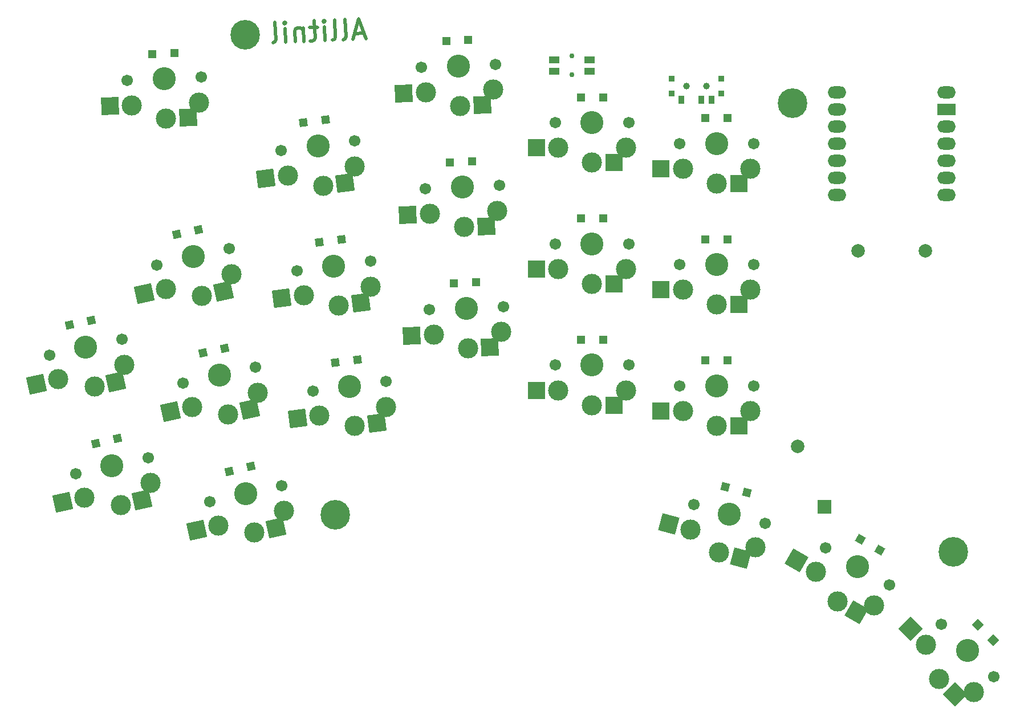
<source format=gbr>
%TF.GenerationSoftware,KiCad,Pcbnew,8.0.6*%
%TF.CreationDate,2024-10-22T01:49:15-07:00*%
%TF.ProjectId,lintilla,6c696e74-696c-46c6-912e-6b696361645f,v1.0*%
%TF.SameCoordinates,Original*%
%TF.FileFunction,Soldermask,Bot*%
%TF.FilePolarity,Negative*%
%FSLAX46Y46*%
G04 Gerber Fmt 4.6, Leading zero omitted, Abs format (unit mm)*
G04 Created by KiCad (PCBNEW 8.0.6) date 2024-10-22 01:49:15*
%MOMM*%
%LPD*%
G01*
G04 APERTURE LIST*
G04 Aperture macros list*
%AMRotRect*
0 Rectangle, with rotation*
0 The origin of the aperture is its center*
0 $1 length*
0 $2 width*
0 $3 Rotation angle, in degrees counterclockwise*
0 Add horizontal line*
21,1,$1,$2,0,0,$3*%
G04 Aperture macros list end*
%ADD10C,0.500000*%
%ADD11C,1.000000*%
%ADD12RotRect,1.200000X1.200000X135.000000*%
%ADD13RotRect,1.200000X1.200000X187.500000*%
%ADD14C,1.701800*%
%ADD15C,3.000000*%
%ADD16C,3.429000*%
%ADD17R,2.600000X2.600000*%
%ADD18RotRect,1.200000X1.200000X182.500000*%
%ADD19RotRect,2.600000X2.600000X165.000000*%
%ADD20RotRect,2.600000X2.600000X135.000000*%
%ADD21RotRect,2.600000X2.600000X187.500000*%
%ADD22RotRect,1.200000X1.200000X192.500000*%
%ADD23RotRect,2.600000X2.600000X182.500000*%
%ADD24C,0.700000*%
%ADD25C,4.400000*%
%ADD26RotRect,2.600000X2.600000X192.500000*%
%ADD27R,1.200000X1.200000*%
%ADD28RotRect,1.200000X1.200000X165.000000*%
%ADD29RotRect,1.200000X1.200000X150.000000*%
%ADD30O,2.750000X1.800000*%
%ADD31R,2.750000X1.800000*%
%ADD32C,0.750000*%
%ADD33R,2.000000X2.000000*%
%ADD34R,0.900000X0.900000*%
%ADD35R,0.900000X1.250000*%
%ADD36C,2.000000*%
%ADD37RotRect,2.600000X2.600000X150.000000*%
%ADD38R,1.550000X1.000000*%
G04 APERTURE END LIST*
D10*
X85811150Y-34593581D02*
X84383938Y-34655895D01*
X86133980Y-35437446D02*
X85004074Y-32483920D01*
X85004074Y-32483920D02*
X84135884Y-35524684D01*
X82708672Y-35586998D02*
X82987883Y-35431814D01*
X82987883Y-35431814D02*
X83118141Y-35140140D01*
X83118141Y-35140140D02*
X83005977Y-32571159D01*
X81138738Y-35655543D02*
X81417949Y-35500359D01*
X81417949Y-35500359D02*
X81548208Y-35208685D01*
X81548208Y-35208685D02*
X81436044Y-32639704D01*
X79996968Y-35705393D02*
X79909730Y-33707297D01*
X79866110Y-32708249D02*
X80015063Y-32844739D01*
X80015063Y-32844739D02*
X79878573Y-32993691D01*
X79878573Y-32993691D02*
X79729620Y-32857201D01*
X79729620Y-32857201D02*
X79866110Y-32708249D01*
X79866110Y-32708249D02*
X79878573Y-32993691D01*
X78910682Y-33750916D02*
X77768912Y-33800767D01*
X78438899Y-32770562D02*
X78551063Y-35339543D01*
X78551063Y-35339543D02*
X78420805Y-35631217D01*
X78420805Y-35631217D02*
X78141594Y-35786401D01*
X78141594Y-35786401D02*
X77856151Y-35798864D01*
X76769864Y-33844386D02*
X76857103Y-35842483D01*
X76782327Y-34129829D02*
X76633374Y-33993339D01*
X76633374Y-33993339D02*
X76341700Y-33863081D01*
X76341700Y-33863081D02*
X75913537Y-33881775D01*
X75913537Y-33881775D02*
X75634326Y-34036958D01*
X75634326Y-34036958D02*
X75504067Y-34328632D01*
X75504067Y-34328632D02*
X75572612Y-35898565D01*
X74145400Y-35960878D02*
X74058161Y-33962782D01*
X74014542Y-32963734D02*
X74163494Y-33100224D01*
X74163494Y-33100224D02*
X74027005Y-33249176D01*
X74027005Y-33249176D02*
X73878052Y-33112686D01*
X73878052Y-33112686D02*
X74014542Y-32963734D01*
X74014542Y-32963734D02*
X74027005Y-33249176D01*
X72290025Y-36041886D02*
X72569236Y-35886702D01*
X72569236Y-35886702D02*
X72699495Y-35595028D01*
X72699495Y-35595028D02*
X72587331Y-33026047D01*
D11*
%TO.C,T1*%
X133680187Y-42441784D03*
X136680183Y-42441782D03*
%TD*%
D12*
%TO.C,SW21*%
X179264031Y-124815247D03*
X176930579Y-122481795D03*
%TD*%
D13*
%TO.C,SW8*%
X82456891Y-65280525D03*
X79185123Y-65711261D03*
%TD*%
D14*
%TO.C,S16*%
X143680184Y-86991791D03*
D15*
X143180178Y-90741795D03*
X138180184Y-92941791D03*
D16*
X138180184Y-86991791D03*
D15*
X133180184Y-90741793D03*
D14*
X132680184Y-86991791D03*
D17*
X141455184Y-92941791D03*
X129905184Y-90741791D03*
%TD*%
D18*
%TO.C,SW6*%
X57650104Y-37554610D03*
X54353244Y-37698554D03*
%TD*%
D13*
%TO.C,SW9*%
X80107416Y-47434520D03*
X76835648Y-47865256D03*
%TD*%
D14*
%TO.C,S19*%
X145386071Y-107450961D03*
D15*
X143932535Y-110943775D03*
X138533506Y-111774715D03*
D16*
X140073479Y-106027456D03*
D15*
X134273279Y-108355586D03*
D14*
X134760887Y-104603951D03*
D19*
X141696913Y-112622347D03*
X131109871Y-107507950D03*
%TD*%
D14*
%TO.C,S21*%
X179334731Y-130189248D03*
D15*
X176329527Y-132487345D03*
X171238359Y-130507446D03*
D16*
X175445644Y-126300161D03*
D15*
X169258460Y-125416280D03*
D14*
X171556557Y-122411074D03*
D20*
X173554132Y-132823220D03*
X166942686Y-123100500D03*
%TD*%
D14*
%TO.C,S8*%
X86763428Y-68495916D03*
D15*
X86757179Y-72279099D03*
X82087112Y-75112907D03*
D16*
X81310481Y-69213810D03*
D15*
X76842730Y-73584361D03*
D14*
X75857534Y-69931704D03*
D21*
X85334092Y-74685434D03*
X73595748Y-74011832D03*
%TD*%
D22*
%TO.C,SW3*%
X69040445Y-98966288D03*
X65818669Y-99680538D03*
%TD*%
D14*
%TO.C,S11*%
X105903548Y-57233995D03*
D15*
X105567592Y-61002239D03*
X100668318Y-63418239D03*
D16*
X100408783Y-57473902D03*
D15*
X95577115Y-61438432D03*
D14*
X94914018Y-57713809D03*
D23*
X103940201Y-63275385D03*
X92305232Y-61581283D03*
%TD*%
D24*
%TO.C,*%
X66493442Y-34916360D03*
X66925365Y-33729664D03*
X67027148Y-36060895D03*
X68069900Y-33195958D03*
D25*
X68141872Y-34844388D03*
D24*
X68213844Y-36492818D03*
X69256596Y-33627881D03*
X69358379Y-35959112D03*
X69790302Y-34772416D03*
%TD*%
D14*
%TO.C,S4*%
X69714916Y-84220774D03*
D15*
X70038417Y-87990106D03*
X65633104Y-91220153D03*
D16*
X64345288Y-85411192D03*
D15*
X60275457Y-90154500D03*
D14*
X58975660Y-86601610D03*
D26*
X68830471Y-90511314D03*
X57078087Y-90863340D03*
%TD*%
D14*
%TO.C,S13*%
X125180178Y-83908455D03*
D15*
X124680172Y-87658459D03*
X119680178Y-89858455D03*
D16*
X119680178Y-83908455D03*
D15*
X114680178Y-87658457D03*
D14*
X114180178Y-83908455D03*
D17*
X122955178Y-89858455D03*
X111405178Y-87658455D03*
%TD*%
D14*
%TO.C,S12*%
X105318203Y-39242403D03*
D15*
X104982247Y-43010647D03*
X100082973Y-45426647D03*
D16*
X99823438Y-39482310D03*
D15*
X94991770Y-43446840D03*
D14*
X94328673Y-39722217D03*
D23*
X103354856Y-45283793D03*
X91719887Y-43589691D03*
%TD*%
D27*
%TO.C,SW17*%
X139830187Y-65241791D03*
X136530187Y-65241791D03*
%TD*%
D28*
%TO.C,SW19*%
X142637824Y-102832286D03*
X139450268Y-101978186D03*
%TD*%
D29*
%TO.C,SW20*%
X162397989Y-111412801D03*
X159540105Y-109762801D03*
%TD*%
D30*
%TO.C,MCU1*%
X156060176Y-43371778D03*
X156060176Y-45911778D03*
X156060176Y-48451778D03*
X156060178Y-50991779D03*
X156060176Y-53531778D03*
X156060176Y-56071778D03*
X156060176Y-58611778D03*
X172300176Y-58611778D03*
X172300176Y-56071778D03*
X172300176Y-53531778D03*
X172300174Y-50991777D03*
X172300176Y-48451778D03*
D31*
X172300176Y-45911778D03*
D30*
X172300176Y-43371778D03*
%TD*%
D32*
%TO.C,B1*%
X116680184Y-38033455D03*
X116680184Y-40783455D03*
%TD*%
D27*
%TO.C,SW15*%
X121330183Y-44158458D03*
X118030183Y-44158458D03*
%TD*%
D22*
%TO.C,SW5*%
X61248611Y-63819630D03*
X58026835Y-64533880D03*
%TD*%
D18*
%TO.C,SW10*%
X102478975Y-71647100D03*
X99182115Y-71791044D03*
%TD*%
D24*
%TO.C,*%
X171907890Y-110841163D03*
X172909781Y-110072386D03*
X171743055Y-112093214D03*
X174161832Y-110237221D03*
D25*
X173336832Y-111666163D03*
D24*
X172511832Y-113095105D03*
X174930609Y-111239112D03*
X173763883Y-113259940D03*
X174765774Y-112491163D03*
%TD*%
D33*
%TO.C,PAD6*%
X154180190Y-104991788D03*
%TD*%
D34*
%TO.C,T2*%
X131480185Y-41341780D03*
X131480185Y-43541786D03*
X138880185Y-41341780D03*
X138880185Y-43541786D03*
D35*
X132930185Y-44516783D03*
X135930185Y-44516783D03*
X137430183Y-44516784D03*
%TD*%
D14*
%TO.C,S2*%
X49851577Y-80097256D03*
D15*
X50175078Y-83866588D03*
X45769765Y-87096635D03*
D16*
X44481949Y-81287674D03*
D15*
X40412118Y-86030982D03*
D14*
X39112321Y-82478092D03*
D26*
X48967132Y-86387796D03*
X37214748Y-86739822D03*
%TD*%
D22*
%TO.C,SW1*%
X49177104Y-94842765D03*
X45955328Y-95557015D03*
%TD*%
D14*
%TO.C,S15*%
X125180178Y-47908454D03*
D15*
X124680172Y-51658458D03*
X119680178Y-53858454D03*
D16*
X119680178Y-47908454D03*
D15*
X114680178Y-51658456D03*
D14*
X114180178Y-47908454D03*
D17*
X122955178Y-53858454D03*
X111405178Y-51658454D03*
%TD*%
D27*
%TO.C,SW16*%
X139830176Y-83241786D03*
X136530176Y-83241786D03*
%TD*%
D14*
%TO.C,S1*%
X53747489Y-97670569D03*
D15*
X54070990Y-101439901D03*
X49665677Y-104669948D03*
D16*
X48377861Y-98860987D03*
D15*
X44308030Y-103604295D03*
D14*
X43008233Y-100051405D03*
D26*
X52863044Y-103961109D03*
X41110660Y-104313135D03*
%TD*%
D13*
%TO.C,SW7*%
X84806365Y-83126538D03*
X81534597Y-83557274D03*
%TD*%
D36*
%TO.C,PAD2*%
X159180178Y-66991793D03*
%TD*%
D24*
%TO.C,*%
X147780188Y-44991792D03*
X148263462Y-43825066D03*
X148263462Y-46158518D03*
X149430188Y-43341792D03*
D25*
X149430188Y-44991792D03*
D24*
X149430188Y-46641792D03*
X150596914Y-43825066D03*
X150596914Y-46158518D03*
X151080188Y-44991792D03*
%TD*%
D27*
%TO.C,SW13*%
X121330183Y-80158460D03*
X118030183Y-80158460D03*
%TD*%
D14*
%TO.C,S5*%
X65819006Y-66647456D03*
D15*
X66142507Y-70416788D03*
X61737194Y-73646835D03*
D16*
X60449378Y-67837874D03*
D15*
X56379547Y-72581182D03*
D14*
X55079750Y-69028292D03*
D26*
X64934561Y-72937996D03*
X53182177Y-73290022D03*
%TD*%
D36*
%TO.C,PAD4*%
X169180184Y-66991786D03*
%TD*%
D14*
%TO.C,S10*%
X106488886Y-75225593D03*
D15*
X106152930Y-78993837D03*
X101253656Y-81409837D03*
D16*
X100994121Y-75465500D03*
D15*
X96162453Y-79430030D03*
D14*
X95499356Y-75705407D03*
D23*
X104525539Y-81266983D03*
X92890570Y-79572881D03*
%TD*%
D14*
%TO.C,S6*%
X61660008Y-41133096D03*
D15*
X61324052Y-44901340D03*
X56424778Y-47317340D03*
D16*
X56165243Y-41373003D03*
D15*
X51333575Y-45337533D03*
D14*
X50670478Y-41612910D03*
D23*
X59696661Y-47174486D03*
X48061692Y-45480384D03*
%TD*%
D14*
%TO.C,S18*%
X143680181Y-50991783D03*
D15*
X143180175Y-54741787D03*
X138180181Y-56941783D03*
D16*
X138180181Y-50991783D03*
D15*
X133180181Y-54741785D03*
D14*
X132680181Y-50991783D03*
D17*
X141455181Y-56941783D03*
X129905181Y-54741783D03*
%TD*%
D14*
%TO.C,S20*%
X163857177Y-116585391D03*
D15*
X161549164Y-119582986D03*
X156119037Y-118988242D03*
D16*
X159094037Y-113835391D03*
D15*
X152888910Y-114582988D03*
D14*
X154330897Y-111085391D03*
D37*
X158955270Y-120625742D03*
X150052677Y-112945486D03*
%TD*%
D18*
%TO.C,SW11*%
X101893645Y-53655506D03*
X98596785Y-53799450D03*
%TD*%
D14*
%TO.C,S3*%
X73610829Y-101794112D03*
D15*
X73934330Y-105563444D03*
X69529017Y-108793491D03*
D16*
X68241201Y-102984530D03*
D15*
X64171370Y-107727838D03*
D14*
X62871573Y-104174948D03*
D26*
X72726384Y-108084652D03*
X60974000Y-108436678D03*
%TD*%
D36*
%TO.C,PAD5*%
X150180179Y-95991791D03*
%TD*%
D32*
%TO.C,B2*%
X116680184Y-38033455D03*
X116680184Y-40783455D03*
D38*
X114055184Y-38558455D03*
X119305184Y-38558455D03*
X114055184Y-40258455D03*
X119305184Y-40258455D03*
%TD*%
D14*
%TO.C,S14*%
X125180182Y-65908459D03*
D15*
X124680176Y-69658463D03*
X119680182Y-71858459D03*
D16*
X119680182Y-65908459D03*
D15*
X114680182Y-69658461D03*
D14*
X114180182Y-65908459D03*
D17*
X122955182Y-71858459D03*
X111405182Y-69658459D03*
%TD*%
D18*
%TO.C,SW12*%
X101308304Y-35663912D03*
X98011444Y-35807856D03*
%TD*%
D27*
%TO.C,SW14*%
X121330189Y-62158456D03*
X118030189Y-62158456D03*
%TD*%
D14*
%TO.C,S17*%
X143680188Y-68991794D03*
D15*
X143180182Y-72741798D03*
X138180188Y-74941794D03*
D16*
X138180188Y-68991794D03*
D15*
X133180188Y-72741796D03*
D14*
X132680188Y-68991794D03*
D17*
X141455188Y-74941794D03*
X129905188Y-72741794D03*
%TD*%
D14*
%TO.C,S9*%
X84413954Y-50649913D03*
D15*
X84407705Y-54433096D03*
X79737638Y-57266904D03*
D16*
X78961007Y-51367807D03*
D15*
X74493256Y-55738358D03*
D14*
X73508060Y-52085701D03*
D21*
X82984618Y-56839431D03*
X71246274Y-56165829D03*
%TD*%
D14*
%TO.C,S7*%
X89112897Y-86341919D03*
D15*
X89106648Y-90125102D03*
X84436581Y-92958910D03*
D16*
X83659950Y-87059813D03*
D15*
X79192199Y-91430364D03*
D14*
X78207003Y-87777707D03*
D21*
X87683561Y-92531437D03*
X75945217Y-91857835D03*
%TD*%
D24*
%TO.C,*%
X79888574Y-106548043D03*
X80107866Y-105304374D03*
X80612918Y-107582514D03*
X81142337Y-104580030D03*
D25*
X81499462Y-106190918D03*
D24*
X81856587Y-107801806D03*
X82386006Y-104799322D03*
X82891058Y-107077462D03*
X83110350Y-105833793D03*
%TD*%
D22*
%TO.C,SW4*%
X65144517Y-81392972D03*
X61922741Y-82107222D03*
%TD*%
%TO.C,SW2*%
X45281189Y-77269431D03*
X42059413Y-77983681D03*
%TD*%
D27*
%TO.C,SW18*%
X139830188Y-47241786D03*
X136530188Y-47241786D03*
%TD*%
M02*

</source>
